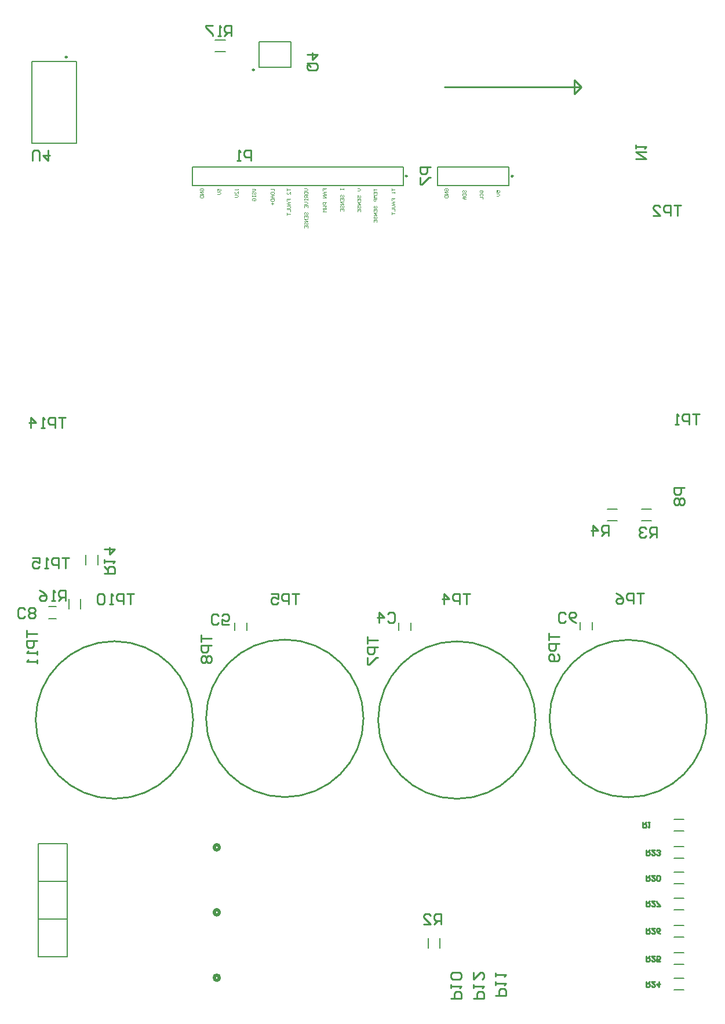
<source format=gbr>
G04*
G04 #@! TF.GenerationSoftware,Altium Limited,Altium Designer,24.1.2 (44)*
G04*
G04 Layer_Color=32896*
%FSLAX25Y25*%
%MOIN*%
G70*
G04*
G04 #@! TF.SameCoordinates,A85318EA-E4D8-42E9-B0A6-CF3BD3DAF5E5*
G04*
G04*
G04 #@! TF.FilePolarity,Positive*
G04*
G01*
G75*
%ADD10C,0.00984*%
%ADD11C,0.02000*%
%ADD12C,0.01000*%
%ADD13C,0.00787*%
%ADD16C,0.00394*%
D10*
X839468Y875984D02*
G03*
X839468Y875984I-492J0D01*
G01*
X731791Y883346D02*
G03*
X731791Y883346I-492J0D01*
G01*
X927421Y814961D02*
G03*
X927421Y814961I-492J0D01*
G01*
X988287D02*
G03*
X988287Y814961I-492J0D01*
G01*
D11*
X819415Y429078D02*
G03*
X819415Y429078I-1500J0D01*
G01*
X819415Y391732D02*
G03*
X819415Y391732I-1500J0D01*
G01*
X819415Y354126D02*
G03*
X819415Y354126I-1500J0D01*
G01*
D12*
X804307Y502299D02*
G03*
X804307Y502299I-45276J0D01*
G01*
X902307Y503252D02*
G03*
X902307Y503252I-45276J0D01*
G01*
X1001291Y502268D02*
G03*
X1001291Y502268I-45276J0D01*
G01*
X1099856Y503113D02*
G03*
X1099856Y503113I-45276J0D01*
G01*
X948819Y866142D02*
X1027559D01*
X1023622Y862205D02*
X1027559Y866142D01*
X1023622Y870079D02*
X1027559Y866142D01*
X1023622Y862205D02*
Y870079D01*
X1043384Y608221D02*
Y614220D01*
X1040385D01*
X1039386Y613220D01*
Y611221D01*
X1040385Y610221D01*
X1043384D01*
X1041385D02*
X1039386Y608221D01*
X1034387D02*
Y614220D01*
X1037386Y611221D01*
X1033387D01*
X1070943Y607237D02*
Y613235D01*
X1067944D01*
X1066945Y612236D01*
Y610236D01*
X1067944Y609236D01*
X1070943D01*
X1068944D02*
X1066945Y607237D01*
X1064945Y612236D02*
X1063945Y613235D01*
X1061946D01*
X1060946Y612236D01*
Y611236D01*
X1061946Y610236D01*
X1062946D01*
X1061946D01*
X1060946Y609236D01*
Y608237D01*
X1061946Y607237D01*
X1063945D01*
X1064945Y608237D01*
X732938Y595519D02*
X728939D01*
X730938D01*
Y589521D01*
X726939D02*
Y595519D01*
X723941D01*
X722941Y594519D01*
Y592520D01*
X723941Y591520D01*
X726939D01*
X720941Y589521D02*
X718942D01*
X719942D01*
Y595519D01*
X720941Y594519D01*
X711944Y595519D02*
X715943D01*
Y592520D01*
X713944Y593519D01*
X712944D01*
X711944Y592520D01*
Y590520D01*
X712944Y589521D01*
X714943D01*
X715943Y590520D01*
X730969Y676227D02*
X726970D01*
X728970D01*
Y670229D01*
X724971D02*
Y676227D01*
X721972D01*
X720972Y675228D01*
Y673228D01*
X721972Y672229D01*
X724971D01*
X718973Y670229D02*
X716974D01*
X717973D01*
Y676227D01*
X718973Y675228D01*
X710976Y670229D02*
Y676227D01*
X713975Y673228D01*
X709976D01*
X1064899Y398153D02*
Y395154D01*
X1066399D01*
X1066898Y395654D01*
Y396654D01*
X1066399Y397153D01*
X1064899D01*
X1065899D02*
X1066898Y398153D01*
X1069897D02*
X1067898D01*
X1069897Y396154D01*
Y395654D01*
X1069398Y395154D01*
X1068398D01*
X1067898Y395654D01*
X1070897Y395154D02*
X1072896D01*
Y395654D01*
X1070897Y397653D01*
Y398153D01*
X1064899Y382405D02*
Y379406D01*
X1066399D01*
X1066898Y379906D01*
Y380906D01*
X1066399Y381405D01*
X1064899D01*
X1065899D02*
X1066898Y382405D01*
X1069897D02*
X1067898D01*
X1069897Y380406D01*
Y379906D01*
X1069398Y379406D01*
X1068398D01*
X1067898Y379906D01*
X1072896Y379406D02*
X1071897Y379906D01*
X1070897Y380906D01*
Y381905D01*
X1071397Y382405D01*
X1072396D01*
X1072896Y381905D01*
Y381405D01*
X1072396Y380906D01*
X1070897D01*
X1064899Y366657D02*
Y363658D01*
X1066399D01*
X1066898Y364158D01*
Y365158D01*
X1066399Y365657D01*
X1064899D01*
X1065899D02*
X1066898Y366657D01*
X1069897D02*
X1067898D01*
X1069897Y364658D01*
Y364158D01*
X1069398Y363658D01*
X1068398D01*
X1067898Y364158D01*
X1072896Y363658D02*
X1070897D01*
Y365158D01*
X1071897Y364658D01*
X1072396D01*
X1072896Y365158D01*
Y366157D01*
X1072396Y366657D01*
X1071397D01*
X1070897Y366157D01*
X1064899Y412917D02*
Y409918D01*
X1066399D01*
X1066898Y410418D01*
Y411417D01*
X1066399Y411917D01*
X1064899D01*
X1065899D02*
X1066898Y412917D01*
X1069897D02*
X1067898D01*
X1069897Y410918D01*
Y410418D01*
X1069398Y409918D01*
X1068398D01*
X1067898Y410418D01*
X1070897D02*
X1071397Y409918D01*
X1072396D01*
X1072896Y410418D01*
Y412417D01*
X1072396Y412917D01*
X1071397D01*
X1070897Y412417D01*
Y410418D01*
X711860Y823914D02*
Y828913D01*
X712859Y829912D01*
X714858D01*
X715858Y828913D01*
Y823914D01*
X720857Y829912D02*
Y823914D01*
X717858Y826913D01*
X721856D01*
X708615Y553788D02*
Y549789D01*
Y551789D01*
X714613D01*
Y547790D02*
X708615D01*
Y544791D01*
X709615Y543791D01*
X711614D01*
X712614Y544791D01*
Y547790D01*
X714613Y541792D02*
Y539793D01*
Y540793D01*
X708615D01*
X709615Y541792D01*
X714613Y536794D02*
Y534794D01*
Y535794D01*
X708615D01*
X709615Y536794D01*
X770339Y574849D02*
X766340D01*
X768340D01*
Y568851D01*
X764341D02*
Y574849D01*
X761342D01*
X760342Y573850D01*
Y571850D01*
X761342Y570851D01*
X764341D01*
X758343Y568851D02*
X756344D01*
X757343D01*
Y574849D01*
X758343Y573850D01*
X753345D02*
X752345Y574849D01*
X750346D01*
X749346Y573850D01*
Y569851D01*
X750346Y568851D01*
X752345D01*
X753345Y569851D01*
Y573850D01*
X1008812Y552289D02*
Y548290D01*
Y550289D01*
X1014810D01*
Y546291D02*
X1008812D01*
Y543292D01*
X1009812Y542292D01*
X1011811D01*
X1012811Y543292D01*
Y546291D01*
X1013810Y540293D02*
X1014810Y539293D01*
Y537294D01*
X1013810Y536294D01*
X1009812D01*
X1008812Y537294D01*
Y539293D01*
X1009812Y540293D01*
X1010811D01*
X1011811Y539293D01*
Y536294D01*
X809009Y551304D02*
Y547306D01*
Y549305D01*
X815007D01*
Y545306D02*
X809009D01*
Y542307D01*
X810009Y541308D01*
X812008D01*
X813008Y542307D01*
Y545306D01*
X810009Y539308D02*
X809009Y538309D01*
Y536309D01*
X810009Y535310D01*
X811008D01*
X812008Y536309D01*
X813008Y535310D01*
X814007D01*
X815007Y536309D01*
Y538309D01*
X814007Y539308D01*
X813008D01*
X812008Y538309D01*
X811008Y539308D01*
X810009D01*
X812008Y538309D02*
Y536309D01*
X904481Y550320D02*
Y546321D01*
Y548321D01*
X910479D01*
Y544322D02*
X904481D01*
Y541323D01*
X905481Y540323D01*
X907480D01*
X908480Y541323D01*
Y544322D01*
X904481Y538324D02*
Y534325D01*
X905481D01*
X909480Y538324D01*
X910479D01*
X1063725Y575036D02*
X1059726D01*
X1061725D01*
Y569038D01*
X1057726D02*
Y575036D01*
X1054727D01*
X1053728Y574037D01*
Y572037D01*
X1054727Y571037D01*
X1057726D01*
X1047730Y575036D02*
X1049729Y574037D01*
X1051728Y572037D01*
Y570038D01*
X1050729Y569038D01*
X1048729D01*
X1047730Y570038D01*
Y571037D01*
X1048729Y572037D01*
X1051728D01*
X865281Y574849D02*
X861282D01*
X863282D01*
Y568851D01*
X859283D02*
Y574849D01*
X856284D01*
X855284Y573850D01*
Y571850D01*
X856284Y570851D01*
X859283D01*
X849286Y574849D02*
X853285D01*
Y571850D01*
X851285Y572850D01*
X850286D01*
X849286Y571850D01*
Y569851D01*
X850286Y568851D01*
X852285D01*
X853285Y569851D01*
X963706Y574849D02*
X959707D01*
X961707D01*
Y568851D01*
X957708D02*
Y574849D01*
X954709D01*
X953709Y573850D01*
Y571850D01*
X954709Y570851D01*
X957708D01*
X948711Y568851D02*
Y574849D01*
X951710Y571850D01*
X947711D01*
X1084769Y798275D02*
X1080770D01*
X1082770D01*
Y792277D01*
X1078771D02*
Y798275D01*
X1075772D01*
X1074772Y797275D01*
Y795276D01*
X1075772Y794276D01*
X1078771D01*
X1068774Y792277D02*
X1072773D01*
X1068774Y796275D01*
Y797275D01*
X1069774Y798275D01*
X1071773D01*
X1072773Y797275D01*
X1095580Y678196D02*
X1091582D01*
X1093581D01*
Y672198D01*
X1089582D02*
Y678196D01*
X1086583D01*
X1085584Y677196D01*
Y675197D01*
X1086583Y674197D01*
X1089582D01*
X1083584Y672198D02*
X1081585D01*
X1082585D01*
Y678196D01*
X1083584Y677196D01*
X1064899Y351893D02*
Y348894D01*
X1066399D01*
X1066898Y349394D01*
Y350394D01*
X1066399Y350893D01*
X1064899D01*
X1065899D02*
X1066898Y351893D01*
X1069897D02*
X1067898D01*
X1069897Y349894D01*
Y349394D01*
X1069398Y348894D01*
X1068398D01*
X1067898Y349394D01*
X1072396Y351893D02*
Y348894D01*
X1070897Y350394D01*
X1072896D01*
X1064899Y427681D02*
Y424682D01*
X1066399D01*
X1066898Y425181D01*
Y426181D01*
X1066399Y426681D01*
X1064899D01*
X1065899D02*
X1066898Y427681D01*
X1069897D02*
X1067898D01*
X1069897Y425681D01*
Y425181D01*
X1069398Y424682D01*
X1068398D01*
X1067898Y425181D01*
X1070897D02*
X1071397Y424682D01*
X1072396D01*
X1072896Y425181D01*
Y425681D01*
X1072396Y426181D01*
X1071897D01*
X1072396D01*
X1072896Y426681D01*
Y427181D01*
X1072396Y427681D01*
X1071397D01*
X1070897Y427181D01*
X826395Y895623D02*
Y901621D01*
X823396D01*
X822396Y900621D01*
Y898622D01*
X823396Y897622D01*
X826395D01*
X824396D02*
X822396Y895623D01*
X820397D02*
X818398D01*
X819398D01*
Y901621D01*
X820397Y900621D01*
X815399Y901621D02*
X811400D01*
Y900621D01*
X815399Y896623D01*
Y895623D01*
X730923Y570820D02*
Y576818D01*
X727924D01*
X726924Y575818D01*
Y573819D01*
X727924Y572819D01*
X730923D01*
X728923D02*
X726924Y570820D01*
X724925D02*
X722925D01*
X723925D01*
Y576818D01*
X724925Y575818D01*
X715928Y576818D02*
X717927Y575818D01*
X719926Y573819D01*
Y571819D01*
X718927Y570820D01*
X716927D01*
X715928Y571819D01*
Y572819D01*
X716927Y573819D01*
X719926D01*
X753213Y586438D02*
X759211D01*
Y589437D01*
X758211Y590437D01*
X756212D01*
X755212Y589437D01*
Y586438D01*
Y588438D02*
X753213Y590437D01*
Y592436D02*
Y594436D01*
Y593436D01*
X759211D01*
X758211Y592436D01*
X753213Y600434D02*
X759211D01*
X756212Y597435D01*
Y601433D01*
X946928Y384796D02*
Y390794D01*
X943929D01*
X942929Y389795D01*
Y387795D01*
X943929Y386796D01*
X946928D01*
X944928D02*
X942929Y384796D01*
X936931D02*
X940929D01*
X936931Y388795D01*
Y389795D01*
X937930Y390794D01*
X939930D01*
X940929Y389795D01*
X1062961Y443429D02*
Y440430D01*
X1064461D01*
X1064961Y440930D01*
Y441929D01*
X1064461Y442429D01*
X1062961D01*
X1063961D02*
X1064961Y443429D01*
X1065960D02*
X1066960D01*
X1066460D01*
Y440430D01*
X1065960Y440930D01*
X870828Y879991D02*
X874826D01*
X875826Y878992D01*
Y876992D01*
X874826Y875992D01*
X870828D01*
X869828Y876992D01*
Y878992D01*
X871827Y877992D02*
X869828Y879991D01*
Y878992D02*
X870828Y879991D01*
X869828Y884990D02*
X875826D01*
X872827Y881991D01*
Y885989D01*
X965461Y342035D02*
X971459D01*
Y345034D01*
X970459Y346033D01*
X968460D01*
X967460Y345034D01*
Y342035D01*
X965461Y348033D02*
Y350032D01*
Y349032D01*
X971459D01*
X970459Y348033D01*
X965461Y357030D02*
Y353031D01*
X969459Y357030D01*
X970459D01*
X971459Y356030D01*
Y354031D01*
X970459Y353031D01*
X978300Y343896D02*
X984298D01*
Y346895D01*
X983298Y347895D01*
X981299D01*
X980299Y346895D01*
Y343896D01*
X978300Y349894D02*
Y351893D01*
Y350893D01*
X984298D01*
X983298Y349894D01*
X978300Y354892D02*
Y356892D01*
Y355892D01*
X984298D01*
X983298Y354892D01*
X952665Y342192D02*
X958663D01*
Y345191D01*
X957664Y346191D01*
X955664D01*
X954665Y345191D01*
Y342192D01*
X952665Y348190D02*
Y350189D01*
Y349190D01*
X958663D01*
X957664Y348190D01*
Y353188D02*
X958663Y354188D01*
Y356188D01*
X957664Y357187D01*
X953665D01*
X952665Y356188D01*
Y354188D01*
X953665Y353188D01*
X957664D01*
X1086759Y635904D02*
X1080761D01*
Y632905D01*
X1081761Y631905D01*
X1083760D01*
X1084760Y632905D01*
Y635904D01*
X1081761Y629906D02*
X1080761Y628906D01*
Y626907D01*
X1081761Y625907D01*
X1082760D01*
X1083760Y626907D01*
X1084760Y625907D01*
X1085759D01*
X1086759Y626907D01*
Y628906D01*
X1085759Y629906D01*
X1084760D01*
X1083760Y628906D01*
X1082760Y629906D01*
X1081761D01*
X1083760Y628906D02*
Y626907D01*
X940983Y820111D02*
X934985D01*
Y817112D01*
X935985Y816112D01*
X937984D01*
X938984Y817112D01*
Y820111D01*
X934985Y814113D02*
Y810114D01*
X935985D01*
X939983Y814113D01*
X940983D01*
X837463Y823773D02*
Y829771D01*
X834464D01*
X833465Y828771D01*
Y826772D01*
X834464Y825772D01*
X837463D01*
X831465Y823773D02*
X829466D01*
X830466D01*
Y829771D01*
X831465Y828771D01*
X1058891Y824741D02*
X1064889D01*
X1058891Y828740D01*
X1064889D01*
X1058891Y830739D02*
Y832739D01*
Y831739D01*
X1064889D01*
X1063889Y830739D01*
X707662Y561977D02*
X706662Y560977D01*
X704663D01*
X703663Y561977D01*
Y565976D01*
X704663Y566975D01*
X706662D01*
X707662Y565976D01*
X709661Y561977D02*
X710661Y560977D01*
X712660D01*
X713660Y561977D01*
Y562977D01*
X712660Y563976D01*
X713660Y564976D01*
Y565976D01*
X712660Y566975D01*
X710661D01*
X709661Y565976D01*
Y564976D01*
X710661Y563976D01*
X709661Y562977D01*
Y561977D01*
X710661Y563976D02*
X712660D01*
X1018685Y559024D02*
X1017686Y558025D01*
X1015686D01*
X1014687Y559024D01*
Y563023D01*
X1015686Y564023D01*
X1017686D01*
X1018685Y563023D01*
X1024683Y558025D02*
X1022684Y559024D01*
X1020685Y561024D01*
Y563023D01*
X1021684Y564023D01*
X1023684D01*
X1024683Y563023D01*
Y562023D01*
X1023684Y561024D01*
X1020685D01*
X818882Y558040D02*
X817883Y557040D01*
X815883D01*
X814884Y558040D01*
Y562039D01*
X815883Y563038D01*
X817883D01*
X818882Y562039D01*
X824880Y557040D02*
X820882D01*
Y560039D01*
X822881Y559040D01*
X823881D01*
X824880Y560039D01*
Y562039D01*
X823881Y563038D01*
X821881D01*
X820882Y562039D01*
X916354Y563023D02*
X917354Y564023D01*
X919353D01*
X920353Y563023D01*
Y559024D01*
X919353Y558025D01*
X917354D01*
X916354Y559024D01*
X911356Y558025D02*
Y564023D01*
X914355Y561024D01*
X910356D01*
D13*
X1062106Y616732D02*
X1067815D01*
X1062106Y623425D02*
X1067815D01*
X1042421Y616732D02*
X1048130D01*
X1042421Y623425D02*
X1048130D01*
X715098Y366142D02*
Y387795D01*
Y366142D02*
X731752D01*
X731752D02*
Y387795D01*
X715098D02*
X731752D01*
X715098Y409449D02*
Y431102D01*
Y409449D02*
X731752D01*
X731752D02*
Y431102D01*
X715098D02*
X731752D01*
X749409Y591634D02*
Y597342D01*
X742717Y591634D02*
Y597342D01*
X1080807Y445276D02*
X1086516D01*
X1080807Y438583D02*
X1086516D01*
X946260Y371161D02*
Y376870D01*
X939567Y371161D02*
Y376870D01*
X1080807Y353740D02*
X1086516D01*
X1080807Y347047D02*
X1086516D01*
X1080807Y368504D02*
X1086516D01*
X1080807Y361811D02*
X1086516D01*
X1080807Y384252D02*
X1086516D01*
X1080807Y377559D02*
X1086516D01*
X1080807Y400000D02*
X1086516D01*
X1080807Y393307D02*
X1086516D01*
X1080807Y429528D02*
X1086516D01*
X1080807Y422835D02*
X1086516D01*
X1080807Y414764D02*
X1086516D01*
X1080807Y408071D02*
X1086516D01*
X1034055Y554331D02*
Y558661D01*
X1026968Y554331D02*
Y558661D01*
X929724Y553937D02*
Y558268D01*
X922638Y553937D02*
Y558268D01*
X835236Y553937D02*
Y558268D01*
X828150Y553937D02*
Y558268D01*
X721260Y560433D02*
X725591D01*
X721260Y567520D02*
X725591D01*
X732874Y566043D02*
Y571752D01*
X739567Y566043D02*
Y571752D01*
X715098Y387795D02*
Y409449D01*
Y387795D02*
X731752D01*
X731752D02*
Y409449D01*
X715098D02*
X731752D01*
X817028Y886417D02*
X822736D01*
X817028Y893110D02*
X822736D01*
X842323Y877362D02*
X860433D01*
Y892323D01*
X842323D02*
X860433D01*
X842323Y877362D02*
Y892323D01*
X711614Y833740D02*
Y880984D01*
Y833740D02*
X737205D01*
Y880984D01*
X711614D02*
X737205D01*
X803976Y809665D02*
Y820256D01*
X925158D01*
Y809665D02*
Y820256D01*
X803976Y809665D02*
X925158D01*
X944843D02*
X986024D01*
Y820256D01*
X944843D02*
X986024D01*
X944843Y809665D02*
Y820256D01*
D16*
X918418Y807696D02*
Y806384D01*
Y807040D01*
X920386D01*
Y805728D02*
Y805072D01*
Y805400D01*
X918418D01*
X918746Y805728D01*
X918418Y800808D02*
Y802120D01*
X919402D01*
Y801464D01*
Y802120D01*
X920386D01*
Y800152D02*
X919074D01*
X918418Y799496D01*
X919074Y798840D01*
X920386D01*
X919402D01*
Y800152D01*
X918418Y798184D02*
X920058D01*
X920386Y797857D01*
Y797200D01*
X920058Y796873D01*
X918418D01*
Y796217D02*
X920386D01*
Y794905D01*
X918418Y794249D02*
Y792937D01*
Y793593D01*
X920386D01*
X908072Y807677D02*
Y806365D01*
Y807021D01*
X910039D01*
X908072Y804397D02*
Y805709D01*
X910039D01*
Y804397D01*
X909055Y805709D02*
Y805053D01*
X910039Y803741D02*
X908072D01*
X908727Y803086D01*
X908072Y802429D01*
X910039D01*
Y801774D02*
X908072D01*
Y800790D01*
X908399Y800462D01*
X909055D01*
X909383Y800790D01*
Y801774D01*
X908399Y796526D02*
X908072Y796854D01*
Y797510D01*
X908399Y797838D01*
X908727D01*
X909055Y797510D01*
Y796854D01*
X909383Y796526D01*
X909711D01*
X910039Y796854D01*
Y797510D01*
X909711Y797838D01*
X908072Y794558D02*
Y795870D01*
X910039D01*
Y794558D01*
X909055Y795870D02*
Y795214D01*
X910039Y793902D02*
X908072D01*
X910039Y792590D01*
X908072D01*
X908399Y790622D02*
X908072Y790950D01*
Y791606D01*
X908399Y791934D01*
X908727D01*
X909055Y791606D01*
Y790950D01*
X909383Y790622D01*
X909711D01*
X910039Y790950D01*
Y791606D01*
X909711Y791934D01*
X908072Y788655D02*
Y789966D01*
X910039D01*
Y788655D01*
X909055Y789966D02*
Y789311D01*
X898733Y807696D02*
X900045D01*
X900701Y807040D01*
X900045Y806384D01*
X898733D01*
X899061Y802448D02*
X898733Y802776D01*
Y803432D01*
X899061Y803760D01*
X899389D01*
X899717Y803432D01*
Y802776D01*
X900045Y802448D01*
X900373D01*
X900701Y802776D01*
Y803432D01*
X900373Y803760D01*
X898733Y800480D02*
Y801792D01*
X900701D01*
Y800480D01*
X899717Y801792D02*
Y801136D01*
X900701Y799824D02*
X898733D01*
X900701Y798512D01*
X898733D01*
X899061Y796545D02*
X898733Y796873D01*
Y797529D01*
X899061Y797857D01*
X899389D01*
X899717Y797529D01*
Y796873D01*
X900045Y796545D01*
X900373D01*
X900701Y796873D01*
Y797529D01*
X900373Y797857D01*
X898733Y794577D02*
Y795889D01*
X900701D01*
Y794577D01*
X899717Y795889D02*
Y795233D01*
X888891Y807696D02*
Y807040D01*
Y807368D01*
X890858D01*
Y807696D01*
Y807040D01*
X889219Y802776D02*
X888891Y803104D01*
Y803760D01*
X889219Y804088D01*
X889547D01*
X889875Y803760D01*
Y803104D01*
X890203Y802776D01*
X890530D01*
X890858Y803104D01*
Y803760D01*
X890530Y804088D01*
X888891Y800808D02*
Y802120D01*
X890858D01*
Y800808D01*
X889875Y802120D02*
Y801464D01*
X890858Y800152D02*
X888891D01*
X890858Y798840D01*
X888891D01*
X889219Y796873D02*
X888891Y797200D01*
Y797857D01*
X889219Y798184D01*
X889547D01*
X889875Y797857D01*
Y797200D01*
X890203Y796873D01*
X890530D01*
X890858Y797200D01*
Y797857D01*
X890530Y798184D01*
X888891Y794905D02*
Y796217D01*
X890858D01*
Y794905D01*
X889875Y796217D02*
Y795561D01*
X879048Y806384D02*
Y807696D01*
X880032D01*
Y807040D01*
Y807696D01*
X881016D01*
Y805728D02*
X879704D01*
X879048Y805072D01*
X879704Y804416D01*
X881016D01*
X880032D01*
Y805728D01*
X881016Y803760D02*
X879048D01*
X881016Y802448D01*
X879048D01*
X881016Y799824D02*
X879048D01*
Y798840D01*
X879376Y798512D01*
X880032D01*
X880360Y798840D01*
Y799824D01*
X879048Y797857D02*
X881016D01*
X880360Y797200D01*
X881016Y796545D01*
X879048D01*
X881016Y795889D02*
X879048D01*
X879704Y795233D01*
X879048Y794577D01*
X881016D01*
X868221Y807696D02*
X869533D01*
X870189Y807040D01*
X869533Y806384D01*
X868221D01*
Y805728D02*
X870189D01*
Y804744D01*
X869861Y804416D01*
X868549D01*
X868221Y804744D01*
Y805728D01*
X870189Y803760D02*
X868221D01*
Y802776D01*
X868549Y802448D01*
X869205D01*
X869533Y802776D01*
Y803760D01*
Y803104D02*
X870189Y802448D01*
X868221Y801792D02*
Y801136D01*
Y801464D01*
X870189D01*
Y801792D01*
Y801136D01*
X868221Y800152D02*
X869533D01*
X870189Y799496D01*
X869533Y798840D01*
X868221D01*
Y796873D02*
Y798184D01*
X870189D01*
Y796873D01*
X869205Y798184D02*
Y797529D01*
X868549Y792937D02*
X868221Y793265D01*
Y793921D01*
X868549Y794249D01*
X868877D01*
X869205Y793921D01*
Y793265D01*
X869533Y792937D01*
X869861D01*
X870189Y793265D01*
Y793921D01*
X869861Y794249D01*
X868221Y790969D02*
Y792281D01*
X870189D01*
Y790969D01*
X869205Y792281D02*
Y791625D01*
X870189Y790313D02*
X868221D01*
X870189Y789001D01*
X868221D01*
X868549Y787033D02*
X868221Y787361D01*
Y788017D01*
X868549Y788345D01*
X868877D01*
X869205Y788017D01*
Y787361D01*
X869533Y787033D01*
X869861D01*
X870189Y787361D01*
Y788017D01*
X869861Y788345D01*
X868221Y785065D02*
Y786377D01*
X870189D01*
Y785065D01*
X869205Y786377D02*
Y785721D01*
X858379Y807696D02*
Y806384D01*
Y807040D01*
X860347D01*
Y804416D02*
Y805728D01*
X859035Y804416D01*
X858707D01*
X858379Y804744D01*
Y805400D01*
X858707Y805728D01*
X858379Y800480D02*
Y801792D01*
X859363D01*
Y801136D01*
Y801792D01*
X860347D01*
Y799824D02*
X859035D01*
X858379Y799168D01*
X859035Y798512D01*
X860347D01*
X859363D01*
Y799824D01*
X858379Y797857D02*
X860019D01*
X860347Y797529D01*
Y796873D01*
X860019Y796545D01*
X858379D01*
Y795889D02*
X860347D01*
Y794577D01*
X858379Y793921D02*
Y792609D01*
Y793265D01*
X860347D01*
X808510Y806384D02*
X808182Y806712D01*
Y807368D01*
X808510Y807696D01*
X809822D01*
X810150Y807368D01*
Y806712D01*
X809822Y806384D01*
X809166D01*
Y807040D01*
X810150Y805728D02*
X808182D01*
X810150Y804416D01*
X808182D01*
Y803760D02*
X810150D01*
Y802776D01*
X809822Y802448D01*
X808510D01*
X808182Y802776D01*
Y803760D01*
X949258Y806384D02*
X948930Y806712D01*
Y807368D01*
X949258Y807696D01*
X950570D01*
X950898Y807368D01*
Y806712D01*
X950570Y806384D01*
X949914D01*
Y807040D01*
X950898Y805728D02*
X948930D01*
X950898Y804416D01*
X948930D01*
Y803760D02*
X950898D01*
Y802776D01*
X950570Y802448D01*
X949258D01*
X948930Y802776D01*
Y803760D01*
X848820Y807677D02*
X850787D01*
Y806365D01*
X848820Y804725D02*
Y805381D01*
X849148Y805709D01*
X850459D01*
X850787Y805381D01*
Y804725D01*
X850459Y804397D01*
X849148D01*
X848820Y804725D01*
X850787Y803741D02*
X849475D01*
X848820Y803086D01*
X849475Y802429D01*
X850787D01*
X849804D01*
Y803741D01*
X848820Y801774D02*
X850787D01*
Y800790D01*
X850459Y800462D01*
X849148D01*
X848820Y800790D01*
Y801774D01*
X849804Y799806D02*
Y798494D01*
X849148Y799150D02*
X850459D01*
X978741Y805381D02*
Y806693D01*
X979725D01*
X979397Y806037D01*
Y805709D01*
X979725Y805381D01*
X980381D01*
X980709Y805709D01*
Y806365D01*
X980381Y806693D01*
X978741Y804725D02*
X980053D01*
X980709Y804069D01*
X980053Y803413D01*
X978741D01*
X959567Y805641D02*
X959239Y805969D01*
Y806625D01*
X959567Y806952D01*
X959895D01*
X960223Y806625D01*
Y805969D01*
X960551Y805641D01*
X960879D01*
X961207Y805969D01*
Y806625D01*
X960879Y806952D01*
X959239Y804985D02*
X961207D01*
Y804001D01*
X960879Y803673D01*
X959567D01*
X959239Y804001D01*
Y804985D01*
X961207Y803017D02*
X959895D01*
X959239Y802361D01*
X959895Y801705D01*
X961207D01*
X960223D01*
Y803017D01*
X969409Y805641D02*
X969081Y805969D01*
Y806625D01*
X969409Y806952D01*
X969738D01*
X970065Y806625D01*
Y805969D01*
X970393Y805641D01*
X970721D01*
X971049Y805969D01*
Y806625D01*
X970721Y806952D01*
X969409Y803673D02*
X969081Y804001D01*
Y804657D01*
X969409Y804985D01*
X970721D01*
X971049Y804657D01*
Y804001D01*
X970721Y803673D01*
X969081Y803017D02*
X971049D01*
Y801705D01*
X838139Y807677D02*
X839451D01*
X840107Y807021D01*
X839451Y806365D01*
X838139D01*
X838467Y804397D02*
X838139Y804725D01*
Y805381D01*
X838467Y805709D01*
X838795D01*
X839123Y805381D01*
Y804725D01*
X839451Y804397D01*
X839779D01*
X840107Y804725D01*
Y805381D01*
X839779Y805709D01*
X838139Y803741D02*
Y803085D01*
Y803413D01*
X840107D01*
Y803741D01*
Y803085D01*
X838467Y800789D02*
X838139Y801117D01*
Y801773D01*
X838467Y802101D01*
X839779D01*
X840107Y801773D01*
Y801117D01*
X839779Y800789D01*
X839123D01*
Y801445D01*
X830265Y807677D02*
Y807021D01*
Y807349D01*
X828297D01*
X828625Y807677D01*
X830265Y804725D02*
Y806037D01*
X828953Y804725D01*
X828625D01*
X828297Y805053D01*
Y805709D01*
X828625Y806037D01*
X828297Y804069D02*
X829609D01*
X830265Y803413D01*
X829609Y802757D01*
X828297D01*
X818308Y806365D02*
Y807677D01*
X819292D01*
X818964Y807021D01*
Y806693D01*
X819292Y806365D01*
X819948D01*
X820276Y806693D01*
Y807349D01*
X819948Y807677D01*
X818308Y805709D02*
X819620D01*
X820276Y805053D01*
X819620Y804397D01*
X818308D01*
M02*

</source>
